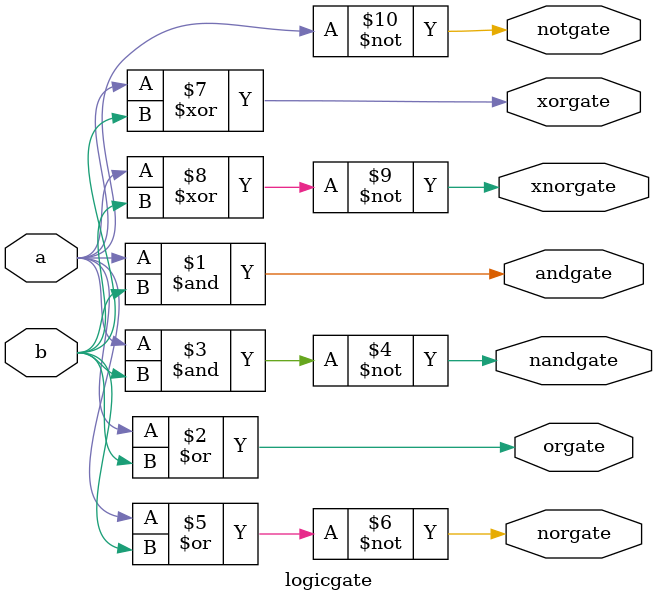
<source format=v>
module logicgate(a,b,andgate,orgate,nandgate,norgate,xorgate,xnorgate,notgate);
input a,b;
output andgate,orgate,nandgate,norgate,xorgate,xnorgate,notgate;
and(andgate,a,b);
or(orgate,a,b);
nand(nandgate,a,b);
nor(norgate,a,b);
xor(xorgate,a,b);
xnor(xnorgate,a,b);
not(notgate,a);
endmodule

</source>
